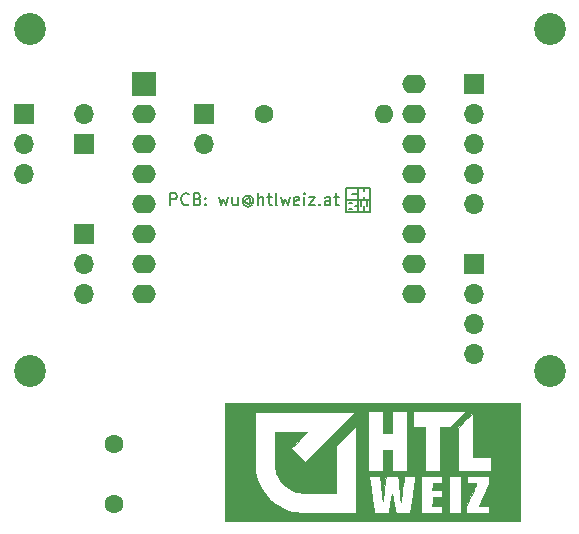
<source format=gbr>
%TF.GenerationSoftware,KiCad,Pcbnew,5.1.9*%
%TF.CreationDate,2021-02-17T23:05:45+01:00*%
%TF.ProjectId,airsmiley,61697273-6d69-46c6-9579-2e6b69636164,v1*%
%TF.SameCoordinates,Original*%
%TF.FileFunction,Soldermask,Top*%
%TF.FilePolarity,Negative*%
%FSLAX46Y46*%
G04 Gerber Fmt 4.6, Leading zero omitted, Abs format (unit mm)*
G04 Created by KiCad (PCBNEW 5.1.9) date 2021-02-17 23:05:45*
%MOMM*%
%LPD*%
G01*
G04 APERTURE LIST*
%ADD10C,0.150000*%
%ADD11C,0.010000*%
%ADD12O,1.700000X1.700000*%
%ADD13R,1.700000X1.700000*%
%ADD14O,1.600000X1.600000*%
%ADD15C,1.600000*%
%ADD16C,2.700000*%
%ADD17O,2.000000X1.600000*%
%ADD18R,2.000000X2.000000*%
G04 APERTURE END LIST*
D10*
X153500000Y-84000000D02*
X153500000Y-83500000D01*
X153000000Y-84000000D02*
X153000000Y-83500000D01*
X153250000Y-84500000D02*
X153250000Y-84000000D01*
X152000000Y-84250000D02*
X152250000Y-84250000D01*
X152250000Y-83750000D02*
X152000000Y-83750000D01*
X152750000Y-84000000D02*
X152500000Y-84000000D01*
X153250000Y-82750000D02*
X153250000Y-82500000D01*
X153250000Y-83500000D02*
X153250000Y-83250000D01*
X152750000Y-83000000D02*
X152250000Y-83000000D01*
X152750000Y-82500000D02*
X152750000Y-84500000D01*
X151750000Y-83500000D02*
X153750000Y-83500000D01*
X151750000Y-84500000D02*
X151750000Y-82500000D01*
X153750000Y-84500000D02*
X151750000Y-84500000D01*
X153750000Y-82500000D02*
X153750000Y-84500000D01*
X151750000Y-82500000D02*
X153750000Y-82500000D01*
X136835595Y-83952380D02*
X136835595Y-82952380D01*
X137216547Y-82952380D01*
X137311785Y-83000000D01*
X137359404Y-83047619D01*
X137407023Y-83142857D01*
X137407023Y-83285714D01*
X137359404Y-83380952D01*
X137311785Y-83428571D01*
X137216547Y-83476190D01*
X136835595Y-83476190D01*
X138407023Y-83857142D02*
X138359404Y-83904761D01*
X138216547Y-83952380D01*
X138121309Y-83952380D01*
X137978452Y-83904761D01*
X137883214Y-83809523D01*
X137835595Y-83714285D01*
X137787976Y-83523809D01*
X137787976Y-83380952D01*
X137835595Y-83190476D01*
X137883214Y-83095238D01*
X137978452Y-83000000D01*
X138121309Y-82952380D01*
X138216547Y-82952380D01*
X138359404Y-83000000D01*
X138407023Y-83047619D01*
X139168928Y-83428571D02*
X139311785Y-83476190D01*
X139359404Y-83523809D01*
X139407023Y-83619047D01*
X139407023Y-83761904D01*
X139359404Y-83857142D01*
X139311785Y-83904761D01*
X139216547Y-83952380D01*
X138835595Y-83952380D01*
X138835595Y-82952380D01*
X139168928Y-82952380D01*
X139264166Y-83000000D01*
X139311785Y-83047619D01*
X139359404Y-83142857D01*
X139359404Y-83238095D01*
X139311785Y-83333333D01*
X139264166Y-83380952D01*
X139168928Y-83428571D01*
X138835595Y-83428571D01*
X139835595Y-83857142D02*
X139883214Y-83904761D01*
X139835595Y-83952380D01*
X139787976Y-83904761D01*
X139835595Y-83857142D01*
X139835595Y-83952380D01*
X139835595Y-83333333D02*
X139883214Y-83380952D01*
X139835595Y-83428571D01*
X139787976Y-83380952D01*
X139835595Y-83333333D01*
X139835595Y-83428571D01*
X140978452Y-83285714D02*
X141168928Y-83952380D01*
X141359404Y-83476190D01*
X141549880Y-83952380D01*
X141740357Y-83285714D01*
X142549880Y-83285714D02*
X142549880Y-83952380D01*
X142121309Y-83285714D02*
X142121309Y-83809523D01*
X142168928Y-83904761D01*
X142264166Y-83952380D01*
X142407023Y-83952380D01*
X142502261Y-83904761D01*
X142549880Y-83857142D01*
X143645119Y-83476190D02*
X143597500Y-83428571D01*
X143502261Y-83380952D01*
X143407023Y-83380952D01*
X143311785Y-83428571D01*
X143264166Y-83476190D01*
X143216547Y-83571428D01*
X143216547Y-83666666D01*
X143264166Y-83761904D01*
X143311785Y-83809523D01*
X143407023Y-83857142D01*
X143502261Y-83857142D01*
X143597500Y-83809523D01*
X143645119Y-83761904D01*
X143645119Y-83380952D02*
X143645119Y-83761904D01*
X143692738Y-83809523D01*
X143740357Y-83809523D01*
X143835595Y-83761904D01*
X143883214Y-83666666D01*
X143883214Y-83428571D01*
X143787976Y-83285714D01*
X143645119Y-83190476D01*
X143454642Y-83142857D01*
X143264166Y-83190476D01*
X143121309Y-83285714D01*
X143026071Y-83428571D01*
X142978452Y-83619047D01*
X143026071Y-83809523D01*
X143121309Y-83952380D01*
X143264166Y-84047619D01*
X143454642Y-84095238D01*
X143645119Y-84047619D01*
X143787976Y-83952380D01*
X144311785Y-83952380D02*
X144311785Y-82952380D01*
X144740357Y-83952380D02*
X144740357Y-83428571D01*
X144692738Y-83333333D01*
X144597500Y-83285714D01*
X144454642Y-83285714D01*
X144359404Y-83333333D01*
X144311785Y-83380952D01*
X145073690Y-83285714D02*
X145454642Y-83285714D01*
X145216547Y-82952380D02*
X145216547Y-83809523D01*
X145264166Y-83904761D01*
X145359404Y-83952380D01*
X145454642Y-83952380D01*
X145930833Y-83952380D02*
X145835595Y-83904761D01*
X145787976Y-83809523D01*
X145787976Y-82952380D01*
X146216547Y-83285714D02*
X146407023Y-83952380D01*
X146597500Y-83476190D01*
X146787976Y-83952380D01*
X146978452Y-83285714D01*
X147740357Y-83904761D02*
X147645119Y-83952380D01*
X147454642Y-83952380D01*
X147359404Y-83904761D01*
X147311785Y-83809523D01*
X147311785Y-83428571D01*
X147359404Y-83333333D01*
X147454642Y-83285714D01*
X147645119Y-83285714D01*
X147740357Y-83333333D01*
X147787976Y-83428571D01*
X147787976Y-83523809D01*
X147311785Y-83619047D01*
X148216547Y-83952380D02*
X148216547Y-83285714D01*
X148216547Y-82952380D02*
X148168928Y-83000000D01*
X148216547Y-83047619D01*
X148264166Y-83000000D01*
X148216547Y-82952380D01*
X148216547Y-83047619D01*
X148597500Y-83285714D02*
X149121309Y-83285714D01*
X148597500Y-83952380D01*
X149121309Y-83952380D01*
X149502261Y-83857142D02*
X149549880Y-83904761D01*
X149502261Y-83952380D01*
X149454642Y-83904761D01*
X149502261Y-83857142D01*
X149502261Y-83952380D01*
X150407023Y-83952380D02*
X150407023Y-83428571D01*
X150359404Y-83333333D01*
X150264166Y-83285714D01*
X150073690Y-83285714D01*
X149978452Y-83333333D01*
X150407023Y-83904761D02*
X150311785Y-83952380D01*
X150073690Y-83952380D01*
X149978452Y-83904761D01*
X149930833Y-83809523D01*
X149930833Y-83714285D01*
X149978452Y-83619047D01*
X150073690Y-83571428D01*
X150311785Y-83571428D01*
X150407023Y-83523809D01*
X150740357Y-83285714D02*
X151121309Y-83285714D01*
X150883214Y-82952380D02*
X150883214Y-83809523D01*
X150930833Y-83904761D01*
X151026071Y-83952380D01*
X151121309Y-83952380D01*
D11*
%TO.C,Ref\u002A\u002A*%
G36*
X166489500Y-110715333D02*
G01*
X141491667Y-110715333D01*
X141491667Y-101444333D01*
X144010500Y-101444333D01*
X144010625Y-103841458D01*
X144010665Y-104222607D01*
X144010799Y-104564032D01*
X144011112Y-104868343D01*
X144011688Y-105138149D01*
X144012611Y-105376060D01*
X144013965Y-105584685D01*
X144015835Y-105766634D01*
X144018304Y-105924517D01*
X144021458Y-106060942D01*
X144025379Y-106178520D01*
X144030153Y-106279861D01*
X144035863Y-106367572D01*
X144042595Y-106444265D01*
X144050431Y-106512549D01*
X144059456Y-106575032D01*
X144069755Y-106634326D01*
X144081412Y-106693038D01*
X144094511Y-106753780D01*
X144106322Y-106806645D01*
X144215300Y-107196014D01*
X144363374Y-107572150D01*
X144548633Y-107932340D01*
X144769170Y-108273876D01*
X145023075Y-108594046D01*
X145308439Y-108890140D01*
X145623353Y-109159449D01*
X145904917Y-109360109D01*
X146199014Y-109531571D01*
X146521823Y-109682138D01*
X146863486Y-109808366D01*
X147214142Y-109906808D01*
X147563934Y-109974016D01*
X147714667Y-109992769D01*
X147759825Y-109995262D01*
X147844342Y-109997707D01*
X147965242Y-110000079D01*
X148119549Y-110002351D01*
X148304289Y-110004500D01*
X148516486Y-110006500D01*
X148753165Y-110008326D01*
X149011350Y-110009953D01*
X149288067Y-110011356D01*
X149580341Y-110012510D01*
X149885195Y-110013390D01*
X150199655Y-110013971D01*
X150238792Y-110014021D01*
X152583000Y-110016833D01*
X152583000Y-106905333D01*
X153680303Y-106905333D01*
X153692010Y-106963542D01*
X153696902Y-106993961D01*
X153707188Y-107062713D01*
X153722351Y-107166213D01*
X153741876Y-107300874D01*
X153765248Y-107463112D01*
X153791950Y-107649339D01*
X153821467Y-107855971D01*
X153853283Y-108079422D01*
X153886882Y-108316106D01*
X153905917Y-108450500D01*
X153940275Y-108692929D01*
X153973135Y-108924095D01*
X154003978Y-109140413D01*
X154032291Y-109338296D01*
X154057557Y-109514160D01*
X154079260Y-109664418D01*
X154096884Y-109785485D01*
X154109914Y-109873775D01*
X154117833Y-109925702D01*
X154119823Y-109937458D01*
X154131530Y-109995667D01*
X154743682Y-109995667D01*
X154899720Y-109995140D01*
X155041057Y-109993653D01*
X155162429Y-109991342D01*
X155258571Y-109988343D01*
X155324219Y-109984792D01*
X155354110Y-109980827D01*
X155355378Y-109979792D01*
X155358649Y-109953500D01*
X155368185Y-109891178D01*
X155383026Y-109798506D01*
X155402211Y-109681165D01*
X155424779Y-109544837D01*
X155449770Y-109395203D01*
X155476223Y-109237943D01*
X155503176Y-109078740D01*
X155529668Y-108923273D01*
X155554740Y-108777225D01*
X155577431Y-108646276D01*
X155596778Y-108536108D01*
X155611822Y-108452401D01*
X155621601Y-108400837D01*
X155624766Y-108387000D01*
X155631561Y-108396484D01*
X155643430Y-108441973D01*
X155659156Y-108517610D01*
X155677520Y-108617538D01*
X155697307Y-108735899D01*
X155697363Y-108736250D01*
X155716891Y-108853764D01*
X155740524Y-108988611D01*
X155767072Y-109134714D01*
X155795346Y-109285995D01*
X155824158Y-109436376D01*
X155852318Y-109579777D01*
X155878636Y-109710122D01*
X155901924Y-109821331D01*
X155920993Y-109907328D01*
X155934653Y-109962032D01*
X155940406Y-109978528D01*
X155963481Y-109982917D01*
X156023482Y-109986890D01*
X156115002Y-109990298D01*
X156232635Y-109992992D01*
X156370973Y-109994822D01*
X156524611Y-109995638D01*
X156559889Y-109995667D01*
X157168781Y-109995667D01*
X157384869Y-108476958D01*
X157420231Y-108227995D01*
X157453772Y-107991011D01*
X157485023Y-107769378D01*
X157513514Y-107566471D01*
X157538774Y-107385661D01*
X157560333Y-107230324D01*
X157577722Y-107103831D01*
X157590470Y-107009557D01*
X157598107Y-106950874D01*
X157600228Y-106931387D01*
X157591208Y-106922395D01*
X157561862Y-106915824D01*
X157507924Y-106911480D01*
X157425128Y-106909173D01*
X157309209Y-106908711D01*
X157155902Y-106909902D01*
X157128756Y-106910220D01*
X156658013Y-106915917D01*
X156609966Y-107212250D01*
X156562010Y-107526648D01*
X156515686Y-107865619D01*
X156473236Y-108211407D01*
X156436901Y-108546254D01*
X156421925Y-108701872D01*
X156409478Y-108827912D01*
X156397297Y-108933335D01*
X156386127Y-109012912D01*
X156376714Y-109061412D01*
X156369801Y-109073607D01*
X156369139Y-109072288D01*
X156363686Y-109042421D01*
X156355082Y-108975534D01*
X156343873Y-108876777D01*
X156330608Y-108751301D01*
X156315834Y-108604257D01*
X156300099Y-108440796D01*
X156287249Y-108302333D01*
X156269760Y-108112654D01*
X156251730Y-107920477D01*
X156233945Y-107733942D01*
X156217190Y-107561186D01*
X156202252Y-107410348D01*
X156189916Y-107289566D01*
X156185078Y-107244000D01*
X156149583Y-106915917D01*
X155197194Y-106905333D01*
X158086333Y-106905333D01*
X158086333Y-109995667D01*
X159843167Y-109995667D01*
X159843167Y-109403000D01*
X159058976Y-109403000D01*
X159064780Y-109048458D01*
X159070583Y-108693917D01*
X159456875Y-108688147D01*
X159843167Y-108682378D01*
X159843167Y-108111833D01*
X159058838Y-108111833D01*
X159064710Y-107810208D01*
X159070583Y-107508583D01*
X159843167Y-107497045D01*
X159843167Y-106905333D01*
X160457000Y-106905333D01*
X160457000Y-109995667D01*
X161430667Y-109995667D01*
X161917500Y-109995667D01*
X163822500Y-109995667D01*
X163822500Y-109403876D01*
X163399650Y-109398146D01*
X162976799Y-109392417D01*
X163399641Y-108461083D01*
X163822483Y-107529750D01*
X163822491Y-107217542D01*
X163822500Y-106905333D01*
X161981000Y-106905333D01*
X161981000Y-107498000D01*
X162371334Y-107498000D01*
X162495337Y-107498820D01*
X162604030Y-107501100D01*
X162690617Y-107504569D01*
X162748306Y-107508957D01*
X162770250Y-107513875D01*
X162763827Y-107535839D01*
X162742179Y-107592986D01*
X162706829Y-107681621D01*
X162659301Y-107798049D01*
X162601119Y-107938575D01*
X162533807Y-108099502D01*
X162458889Y-108277135D01*
X162377888Y-108467779D01*
X162349121Y-108535167D01*
X161919409Y-109540583D01*
X161918455Y-109768125D01*
X161917500Y-109995667D01*
X161430667Y-109995667D01*
X161430667Y-106905333D01*
X160457000Y-106905333D01*
X159843167Y-106905333D01*
X158086333Y-106905333D01*
X155197194Y-106905333D01*
X155131145Y-106904599D01*
X155073381Y-107270091D01*
X155027406Y-107570275D01*
X154985908Y-107859879D01*
X154949777Y-108132059D01*
X154919901Y-108379972D01*
X154897167Y-108596773D01*
X154888548Y-108693917D01*
X154875499Y-108841052D01*
X154863835Y-108946383D01*
X154853459Y-109010412D01*
X154844275Y-109033643D01*
X154836189Y-109016579D01*
X154832180Y-108990250D01*
X154827653Y-108948252D01*
X154819852Y-108871251D01*
X154809259Y-108764289D01*
X154796353Y-108632406D01*
X154781617Y-108480643D01*
X154765532Y-108314040D01*
X154748579Y-108137639D01*
X154731239Y-107956481D01*
X154713993Y-107775605D01*
X154697324Y-107600055D01*
X154681712Y-107434869D01*
X154667638Y-107285089D01*
X154655584Y-107155755D01*
X154646030Y-107051910D01*
X154639459Y-106978593D01*
X154636351Y-106940845D01*
X154636167Y-106937196D01*
X154631275Y-106926784D01*
X154613341Y-106918869D01*
X154577478Y-106913124D01*
X154518799Y-106909224D01*
X154432417Y-106906843D01*
X154313445Y-106905654D01*
X154158235Y-106905333D01*
X153680303Y-106905333D01*
X152583000Y-106905333D01*
X152583000Y-102619277D01*
X151715167Y-103486917D01*
X150847333Y-104354556D01*
X150847333Y-108302333D01*
X149466208Y-108301966D01*
X149221879Y-108301582D01*
X148985220Y-108300598D01*
X148760439Y-108299070D01*
X148551746Y-108297055D01*
X148363350Y-108294610D01*
X148199460Y-108291791D01*
X148064287Y-108288654D01*
X147962038Y-108285256D01*
X147896923Y-108281654D01*
X147887462Y-108280783D01*
X147569901Y-108226757D01*
X147267112Y-108133731D01*
X146981539Y-108002861D01*
X146715628Y-107835301D01*
X146471825Y-107632206D01*
X146432427Y-107593905D01*
X146220179Y-107354851D01*
X146045154Y-107096170D01*
X145906036Y-106815750D01*
X145843743Y-106649686D01*
X145821897Y-106583381D01*
X145802907Y-106521268D01*
X145786572Y-106459964D01*
X145772693Y-106396086D01*
X145761069Y-106326250D01*
X145751503Y-106247075D01*
X145743793Y-106155178D01*
X145737740Y-106047175D01*
X145733145Y-105919685D01*
X145729808Y-105769323D01*
X145727529Y-105592708D01*
X145726109Y-105386457D01*
X145725347Y-105147187D01*
X145725045Y-104871515D01*
X145725000Y-104637727D01*
X145725000Y-103158833D01*
X148422425Y-103158833D01*
X148296347Y-103291125D01*
X148251616Y-103337460D01*
X148181495Y-103409331D01*
X148090417Y-103502229D01*
X147982815Y-103611645D01*
X147863122Y-103733070D01*
X147735771Y-103861996D01*
X147630360Y-103968511D01*
X147090449Y-104513606D01*
X147688325Y-105111481D01*
X148286200Y-105709357D01*
X152551224Y-101444333D01*
X144010500Y-101444333D01*
X141491667Y-101444333D01*
X141491667Y-101423167D01*
X153577833Y-101423167D01*
X153577833Y-106503167D01*
X154869000Y-106503167D01*
X154869000Y-104704000D01*
X155631000Y-104704000D01*
X155631000Y-106503167D01*
X156922167Y-106503167D01*
X156922167Y-102777833D01*
X157366667Y-102777833D01*
X158425000Y-102777833D01*
X158425000Y-106503167D01*
X159716167Y-106503167D01*
X159716167Y-102830490D01*
X161176667Y-102830490D01*
X161176667Y-106503167D01*
X163970667Y-106503167D01*
X163970667Y-105275500D01*
X162467833Y-105275500D01*
X162467833Y-101539843D01*
X161822250Y-102185167D01*
X161176667Y-102830490D01*
X159716167Y-102830490D01*
X159716167Y-102777833D01*
X160577560Y-102777833D01*
X161949250Y-101425303D01*
X159657958Y-101424235D01*
X157366667Y-101423167D01*
X157366667Y-102777833D01*
X156922167Y-102777833D01*
X156922167Y-101423167D01*
X155631000Y-101423167D01*
X155631000Y-103285833D01*
X154869000Y-103285833D01*
X154869000Y-101423167D01*
X153577833Y-101423167D01*
X141491667Y-101423167D01*
X141491667Y-100724667D01*
X166489500Y-100724667D01*
X166489500Y-110715333D01*
G37*
X166489500Y-110715333D02*
X141491667Y-110715333D01*
X141491667Y-101444333D01*
X144010500Y-101444333D01*
X144010625Y-103841458D01*
X144010665Y-104222607D01*
X144010799Y-104564032D01*
X144011112Y-104868343D01*
X144011688Y-105138149D01*
X144012611Y-105376060D01*
X144013965Y-105584685D01*
X144015835Y-105766634D01*
X144018304Y-105924517D01*
X144021458Y-106060942D01*
X144025379Y-106178520D01*
X144030153Y-106279861D01*
X144035863Y-106367572D01*
X144042595Y-106444265D01*
X144050431Y-106512549D01*
X144059456Y-106575032D01*
X144069755Y-106634326D01*
X144081412Y-106693038D01*
X144094511Y-106753780D01*
X144106322Y-106806645D01*
X144215300Y-107196014D01*
X144363374Y-107572150D01*
X144548633Y-107932340D01*
X144769170Y-108273876D01*
X145023075Y-108594046D01*
X145308439Y-108890140D01*
X145623353Y-109159449D01*
X145904917Y-109360109D01*
X146199014Y-109531571D01*
X146521823Y-109682138D01*
X146863486Y-109808366D01*
X147214142Y-109906808D01*
X147563934Y-109974016D01*
X147714667Y-109992769D01*
X147759825Y-109995262D01*
X147844342Y-109997707D01*
X147965242Y-110000079D01*
X148119549Y-110002351D01*
X148304289Y-110004500D01*
X148516486Y-110006500D01*
X148753165Y-110008326D01*
X149011350Y-110009953D01*
X149288067Y-110011356D01*
X149580341Y-110012510D01*
X149885195Y-110013390D01*
X150199655Y-110013971D01*
X150238792Y-110014021D01*
X152583000Y-110016833D01*
X152583000Y-106905333D01*
X153680303Y-106905333D01*
X153692010Y-106963542D01*
X153696902Y-106993961D01*
X153707188Y-107062713D01*
X153722351Y-107166213D01*
X153741876Y-107300874D01*
X153765248Y-107463112D01*
X153791950Y-107649339D01*
X153821467Y-107855971D01*
X153853283Y-108079422D01*
X153886882Y-108316106D01*
X153905917Y-108450500D01*
X153940275Y-108692929D01*
X153973135Y-108924095D01*
X154003978Y-109140413D01*
X154032291Y-109338296D01*
X154057557Y-109514160D01*
X154079260Y-109664418D01*
X154096884Y-109785485D01*
X154109914Y-109873775D01*
X154117833Y-109925702D01*
X154119823Y-109937458D01*
X154131530Y-109995667D01*
X154743682Y-109995667D01*
X154899720Y-109995140D01*
X155041057Y-109993653D01*
X155162429Y-109991342D01*
X155258571Y-109988343D01*
X155324219Y-109984792D01*
X155354110Y-109980827D01*
X155355378Y-109979792D01*
X155358649Y-109953500D01*
X155368185Y-109891178D01*
X155383026Y-109798506D01*
X155402211Y-109681165D01*
X155424779Y-109544837D01*
X155449770Y-109395203D01*
X155476223Y-109237943D01*
X155503176Y-109078740D01*
X155529668Y-108923273D01*
X155554740Y-108777225D01*
X155577431Y-108646276D01*
X155596778Y-108536108D01*
X155611822Y-108452401D01*
X155621601Y-108400837D01*
X155624766Y-108387000D01*
X155631561Y-108396484D01*
X155643430Y-108441973D01*
X155659156Y-108517610D01*
X155677520Y-108617538D01*
X155697307Y-108735899D01*
X155697363Y-108736250D01*
X155716891Y-108853764D01*
X155740524Y-108988611D01*
X155767072Y-109134714D01*
X155795346Y-109285995D01*
X155824158Y-109436376D01*
X155852318Y-109579777D01*
X155878636Y-109710122D01*
X155901924Y-109821331D01*
X155920993Y-109907328D01*
X155934653Y-109962032D01*
X155940406Y-109978528D01*
X155963481Y-109982917D01*
X156023482Y-109986890D01*
X156115002Y-109990298D01*
X156232635Y-109992992D01*
X156370973Y-109994822D01*
X156524611Y-109995638D01*
X156559889Y-109995667D01*
X157168781Y-109995667D01*
X157384869Y-108476958D01*
X157420231Y-108227995D01*
X157453772Y-107991011D01*
X157485023Y-107769378D01*
X157513514Y-107566471D01*
X157538774Y-107385661D01*
X157560333Y-107230324D01*
X157577722Y-107103831D01*
X157590470Y-107009557D01*
X157598107Y-106950874D01*
X157600228Y-106931387D01*
X157591208Y-106922395D01*
X157561862Y-106915824D01*
X157507924Y-106911480D01*
X157425128Y-106909173D01*
X157309209Y-106908711D01*
X157155902Y-106909902D01*
X157128756Y-106910220D01*
X156658013Y-106915917D01*
X156609966Y-107212250D01*
X156562010Y-107526648D01*
X156515686Y-107865619D01*
X156473236Y-108211407D01*
X156436901Y-108546254D01*
X156421925Y-108701872D01*
X156409478Y-108827912D01*
X156397297Y-108933335D01*
X156386127Y-109012912D01*
X156376714Y-109061412D01*
X156369801Y-109073607D01*
X156369139Y-109072288D01*
X156363686Y-109042421D01*
X156355082Y-108975534D01*
X156343873Y-108876777D01*
X156330608Y-108751301D01*
X156315834Y-108604257D01*
X156300099Y-108440796D01*
X156287249Y-108302333D01*
X156269760Y-108112654D01*
X156251730Y-107920477D01*
X156233945Y-107733942D01*
X156217190Y-107561186D01*
X156202252Y-107410348D01*
X156189916Y-107289566D01*
X156185078Y-107244000D01*
X156149583Y-106915917D01*
X155197194Y-106905333D01*
X158086333Y-106905333D01*
X158086333Y-109995667D01*
X159843167Y-109995667D01*
X159843167Y-109403000D01*
X159058976Y-109403000D01*
X159064780Y-109048458D01*
X159070583Y-108693917D01*
X159456875Y-108688147D01*
X159843167Y-108682378D01*
X159843167Y-108111833D01*
X159058838Y-108111833D01*
X159064710Y-107810208D01*
X159070583Y-107508583D01*
X159843167Y-107497045D01*
X159843167Y-106905333D01*
X160457000Y-106905333D01*
X160457000Y-109995667D01*
X161430667Y-109995667D01*
X161917500Y-109995667D01*
X163822500Y-109995667D01*
X163822500Y-109403876D01*
X163399650Y-109398146D01*
X162976799Y-109392417D01*
X163399641Y-108461083D01*
X163822483Y-107529750D01*
X163822491Y-107217542D01*
X163822500Y-106905333D01*
X161981000Y-106905333D01*
X161981000Y-107498000D01*
X162371334Y-107498000D01*
X162495337Y-107498820D01*
X162604030Y-107501100D01*
X162690617Y-107504569D01*
X162748306Y-107508957D01*
X162770250Y-107513875D01*
X162763827Y-107535839D01*
X162742179Y-107592986D01*
X162706829Y-107681621D01*
X162659301Y-107798049D01*
X162601119Y-107938575D01*
X162533807Y-108099502D01*
X162458889Y-108277135D01*
X162377888Y-108467779D01*
X162349121Y-108535167D01*
X161919409Y-109540583D01*
X161918455Y-109768125D01*
X161917500Y-109995667D01*
X161430667Y-109995667D01*
X161430667Y-106905333D01*
X160457000Y-106905333D01*
X159843167Y-106905333D01*
X158086333Y-106905333D01*
X155197194Y-106905333D01*
X155131145Y-106904599D01*
X155073381Y-107270091D01*
X155027406Y-107570275D01*
X154985908Y-107859879D01*
X154949777Y-108132059D01*
X154919901Y-108379972D01*
X154897167Y-108596773D01*
X154888548Y-108693917D01*
X154875499Y-108841052D01*
X154863835Y-108946383D01*
X154853459Y-109010412D01*
X154844275Y-109033643D01*
X154836189Y-109016579D01*
X154832180Y-108990250D01*
X154827653Y-108948252D01*
X154819852Y-108871251D01*
X154809259Y-108764289D01*
X154796353Y-108632406D01*
X154781617Y-108480643D01*
X154765532Y-108314040D01*
X154748579Y-108137639D01*
X154731239Y-107956481D01*
X154713993Y-107775605D01*
X154697324Y-107600055D01*
X154681712Y-107434869D01*
X154667638Y-107285089D01*
X154655584Y-107155755D01*
X154646030Y-107051910D01*
X154639459Y-106978593D01*
X154636351Y-106940845D01*
X154636167Y-106937196D01*
X154631275Y-106926784D01*
X154613341Y-106918869D01*
X154577478Y-106913124D01*
X154518799Y-106909224D01*
X154432417Y-106906843D01*
X154313445Y-106905654D01*
X154158235Y-106905333D01*
X153680303Y-106905333D01*
X152583000Y-106905333D01*
X152583000Y-102619277D01*
X151715167Y-103486917D01*
X150847333Y-104354556D01*
X150847333Y-108302333D01*
X149466208Y-108301966D01*
X149221879Y-108301582D01*
X148985220Y-108300598D01*
X148760439Y-108299070D01*
X148551746Y-108297055D01*
X148363350Y-108294610D01*
X148199460Y-108291791D01*
X148064287Y-108288654D01*
X147962038Y-108285256D01*
X147896923Y-108281654D01*
X147887462Y-108280783D01*
X147569901Y-108226757D01*
X147267112Y-108133731D01*
X146981539Y-108002861D01*
X146715628Y-107835301D01*
X146471825Y-107632206D01*
X146432427Y-107593905D01*
X146220179Y-107354851D01*
X146045154Y-107096170D01*
X145906036Y-106815750D01*
X145843743Y-106649686D01*
X145821897Y-106583381D01*
X145802907Y-106521268D01*
X145786572Y-106459964D01*
X145772693Y-106396086D01*
X145761069Y-106326250D01*
X145751503Y-106247075D01*
X145743793Y-106155178D01*
X145737740Y-106047175D01*
X145733145Y-105919685D01*
X145729808Y-105769323D01*
X145727529Y-105592708D01*
X145726109Y-105386457D01*
X145725347Y-105147187D01*
X145725045Y-104871515D01*
X145725000Y-104637727D01*
X145725000Y-103158833D01*
X148422425Y-103158833D01*
X148296347Y-103291125D01*
X148251616Y-103337460D01*
X148181495Y-103409331D01*
X148090417Y-103502229D01*
X147982815Y-103611645D01*
X147863122Y-103733070D01*
X147735771Y-103861996D01*
X147630360Y-103968511D01*
X147090449Y-104513606D01*
X147688325Y-105111481D01*
X148286200Y-105709357D01*
X152551224Y-101444333D01*
X144010500Y-101444333D01*
X141491667Y-101444333D01*
X141491667Y-101423167D01*
X153577833Y-101423167D01*
X153577833Y-106503167D01*
X154869000Y-106503167D01*
X154869000Y-104704000D01*
X155631000Y-104704000D01*
X155631000Y-106503167D01*
X156922167Y-106503167D01*
X156922167Y-102777833D01*
X157366667Y-102777833D01*
X158425000Y-102777833D01*
X158425000Y-106503167D01*
X159716167Y-106503167D01*
X159716167Y-102830490D01*
X161176667Y-102830490D01*
X161176667Y-106503167D01*
X163970667Y-106503167D01*
X163970667Y-105275500D01*
X162467833Y-105275500D01*
X162467833Y-101539843D01*
X161822250Y-102185167D01*
X161176667Y-102830490D01*
X159716167Y-102830490D01*
X159716167Y-102777833D01*
X160577560Y-102777833D01*
X161949250Y-101425303D01*
X159657958Y-101424235D01*
X157366667Y-101423167D01*
X157366667Y-102777833D01*
X156922167Y-102777833D01*
X156922167Y-101423167D01*
X155631000Y-101423167D01*
X155631000Y-103285833D01*
X154869000Y-103285833D01*
X154869000Y-101423167D01*
X153577833Y-101423167D01*
X141491667Y-101423167D01*
X141491667Y-100724667D01*
X166489500Y-100724667D01*
X166489500Y-110715333D01*
%TD*%
D12*
%TO.C,J_RST_1*%
X129540000Y-76200000D03*
D13*
X129540000Y-78740000D03*
%TD*%
D14*
%TO.C,R1*%
X154940000Y-76200000D03*
D15*
X144780000Y-76200000D03*
%TD*%
%TO.C,C1*%
X132080000Y-104220000D03*
X132080000Y-109220000D03*
%TD*%
D16*
%TO.C,H4*%
X169000000Y-69000000D03*
%TD*%
%TO.C,H3*%
X125000000Y-69000000D03*
%TD*%
%TO.C,H2*%
X169000000Y-98000000D03*
%TD*%
%TO.C,H1*%
X125000000Y-98000000D03*
%TD*%
D12*
%TO.C,J_WS2812B_1*%
X124460000Y-81280000D03*
X124460000Y-78740000D03*
D13*
X124460000Y-76200000D03*
%TD*%
D12*
%TO.C,J_OLED_1*%
X162560000Y-96520000D03*
X162560000Y-93980000D03*
X162560000Y-91440000D03*
D13*
X162560000Y-88900000D03*
%TD*%
D12*
%TO.C,J_DHT22*%
X129540000Y-91440000D03*
X129540000Y-88900000D03*
D13*
X129540000Y-86360000D03*
%TD*%
D12*
%TO.C,J1*%
X139700000Y-78740000D03*
D13*
X139700000Y-76200000D03*
%TD*%
D12*
%TO.C,J_CCS811*%
X162560000Y-83820000D03*
X162560000Y-81280000D03*
X162560000Y-78740000D03*
X162560000Y-76200000D03*
D13*
X162560000Y-73660000D03*
%TD*%
D17*
%TO.C,U1*%
X157480000Y-73660000D03*
X157480000Y-76200000D03*
X157480000Y-78740000D03*
X157480000Y-81280000D03*
X157480000Y-83820000D03*
X157480000Y-86360000D03*
X157480000Y-88900000D03*
X157480000Y-91440000D03*
X134620000Y-91440000D03*
X134620000Y-88900000D03*
X134620000Y-86360000D03*
X134620000Y-83820000D03*
X134620000Y-81280000D03*
X134620000Y-78740000D03*
D18*
X134620000Y-73660000D03*
D17*
X134620000Y-76200000D03*
%TD*%
M02*

</source>
